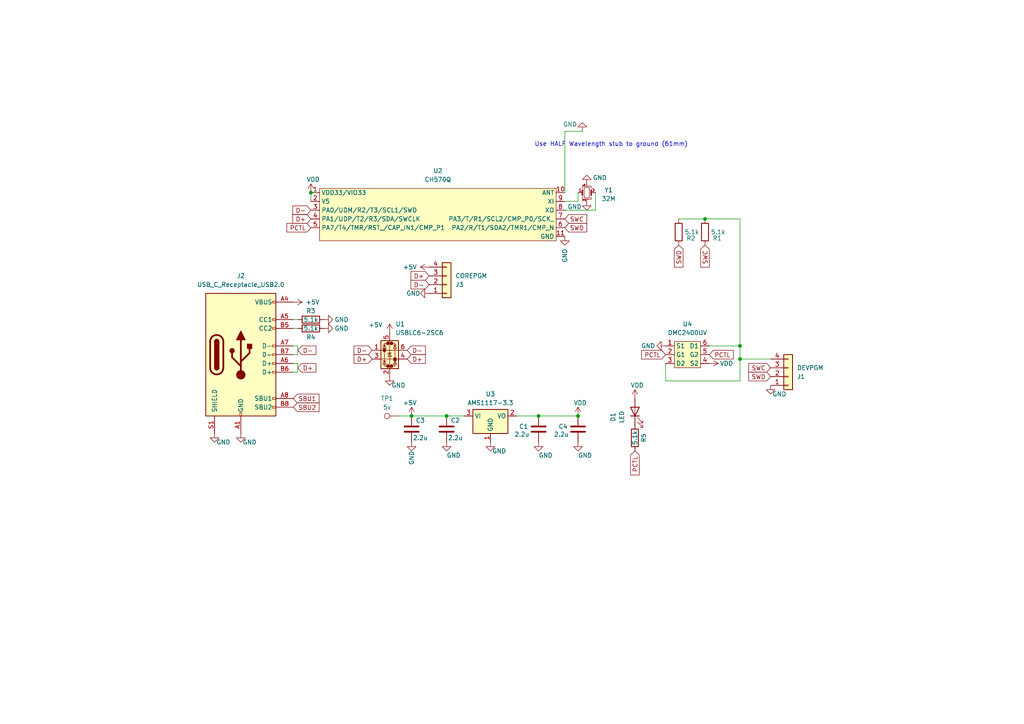
<source format=kicad_sch>
(kicad_sch (version 20250114) (generator "eeschema") (generator_version "9.0")
  (paper "A4")
  (lib_symbols
    (symbol "Connector:TestPoint" (pin_numbers (hide yes)) (pin_names (offset 0.762) (hide yes))
      (property "Reference" "TP" (at 0 6.858 0))
      (property "Value" "TestPoint" (at 0 5.08 0))
      (symbol "TestPoint_0_1"
        (circle (center 0 3.302) (radius 0.762))
      )
      (symbol "TestPoint_1_1"
        (pin passive line (at 0 0 90) (length 2.54) (name "1") (number "1"))
      )
    )
    (symbol "Connector:USB_C_Receptacle_USB2.0" (pin_names (offset 1.016))
      (property "Reference" "J" (at -10.16 19.05 0))
      (property "Value" "USB_C_Receptacle_USB2.0" (at 19.05 19.05 0))
      (symbol "USB_C_Receptacle_USB2.0_0_0"
        (rectangle (start -0.254 -17.78) (end 0.254 -16.764))
        (rectangle (start 10.16 15.494) (end 9.144 14.986))
        (rectangle (start 10.16 10.414) (end 9.144 9.906))
        (rectangle (start 10.16 7.874) (end 9.144 7.366))
        (rectangle (start 10.16 2.794) (end 9.144 2.286))
        (rectangle (start 10.16 0.254) (end 9.144 -0.254))
        (rectangle (start 10.16 -2.286) (end 9.144 -2.794))
        (rectangle (start 10.16 -4.826) (end 9.144 -5.334))
        (rectangle (start 10.16 -12.446) (end 9.144 -12.954))
        (rectangle (start 10.16 -14.986) (end 9.144 -15.494))
      )
      (symbol "USB_C_Receptacle_USB2.0_0_1"
        (rectangle (start -10.16 17.78) (end 10.16 -17.78) (stroke (width 0.254)) (fill (type background)))
        (polyline (pts (xy -8.89 -3.81) (xy -8.89 3.81)) (stroke (width 0.508)))
        (rectangle (start -7.62 -3.81) (end -6.35 3.81) (stroke (width 0.254)) (fill (type outline)))
        (arc (start -7.62 3.81) (mid -6.985 4.4423) (end -6.35 3.81) (stroke (width 0.254)))
        (arc (start -7.62 3.81) (mid -6.985 4.4423) (end -6.35 3.81) (stroke (width 0.254)) (fill (type outline)))
        (arc (start -8.89 3.81) (mid -6.985 5.7067) (end -5.08 3.81) (stroke (width 0.508)))
        (arc (start -5.08 -3.81) (mid -6.985 -5.7067) (end -8.89 -3.81) (stroke (width 0.508)))
        (arc (start -6.35 -3.81) (mid -6.985 -4.4423) (end -7.62 -3.81) (stroke (width 0.254)))
        (arc (start -6.35 -3.81) (mid -6.985 -4.4423) (end -7.62 -3.81) (stroke (width 0.254)) (fill (type outline)))
        (polyline (pts (xy -5.08 3.81) (xy -5.08 -3.81)) (stroke (width 0.508)))
        (circle (center -2.54 1.143) (radius 0.635) (stroke (width 0.254)) (fill (type outline)))
        (polyline (pts (xy -1.27 4.318) (xy 0 6.858) (xy 1.27 4.318) (xy -1.27 4.318)) (stroke (width 0.254)) (fill (type outline)))
        (polyline (pts (xy 0 -2.032) (xy 2.54 0.508) (xy 2.54 1.778)) (stroke (width 0.508)))
        (polyline (pts (xy 0 -3.302) (xy -2.54 -0.762) (xy -2.54 0.508)) (stroke (width 0.508)))
        (polyline (pts (xy 0 -5.842) (xy 0 4.318)) (stroke (width 0.508)))
        (circle (center 0 -5.842) (radius 1.27) (fill (type outline)))
        (rectangle (start 1.905 1.778) (end 3.175 3.048) (stroke (width 0.254)) (fill (type outline)))
      )
      (symbol "USB_C_Receptacle_USB2.0_1_1"
        (pin passive line (at -7.62 -22.86 90) (length 5.08) (name "SHIELD") (number "S1"))
        (pin passive line (at 0 -22.86 90) (length 5.08) (name "GND") (number "A1"))
        (pin passive line (at 0 -22.86 90) (length 5.08) (hide yes) (name "GND") (number "A12"))
        (pin passive line (at 0 -22.86 90) (length 5.08) (hide yes) (name "GND") (number "B1"))
        (pin passive line (at 0 -22.86 90) (length 5.08) (hide yes) (name "GND") (number "B12"))
        (pin passive line (at 15.24 15.24 180) (length 5.08) (name "VBUS") (number "A4"))
        (pin passive line (at 15.24 15.24 180) (length 5.08) (hide yes) (name "VBUS") (number "A9"))
        (pin passive line (at 15.24 15.24 180) (length 5.08) (hide yes) (name "VBUS") (number "B4"))
        (pin passive line (at 15.24 15.24 180) (length 5.08) (hide yes) (name "VBUS") (number "B9"))
        (pin bidirectional line (at 15.24 10.16 180) (length 5.08) (name "CC1") (number "A5"))
        (pin bidirectional line (at 15.24 7.62 180) (length 5.08) (name "CC2") (number "B5"))
        (pin bidirectional line (at 15.24 2.54 180) (length 5.08) (name "D-") (number "A7"))
        (pin bidirectional line (at 15.24 0 180) (length 5.08) (name "D-") (number "B7"))
        (pin bidirectional line (at 15.24 -2.54 180) (length 5.08) (name "D+") (number "A6"))
        (pin bidirectional line (at 15.24 -5.08 180) (length 5.08) (name "D+") (number "B6"))
        (pin bidirectional line (at 15.24 -12.7 180) (length 5.08) (name "SBU1") (number "A8"))
        (pin bidirectional line (at 15.24 -15.24 180) (length 5.08) (name "SBU2") (number "B8"))
      )
    )
    (symbol "Connector_Generic:Conn_01x04" (pin_names (offset 1.016) (hide yes))
      (property "Reference" "J" (at 0 5.08 0))
      (property "Value" "Conn_01x04" (at 0 -7.62 0))
      (symbol "Conn_01x04_1_1"
        (rectangle (start -1.27 3.81) (end 1.27 -6.35) (stroke (width 0.254)) (fill (type background)))
        (rectangle (start -1.27 2.667) (end 0 2.413) (stroke (width 0.1524)))
        (rectangle (start -1.27 0.127) (end 0 -0.127) (stroke (width 0.1524)))
        (rectangle (start -1.27 -2.413) (end 0 -2.667) (stroke (width 0.1524)))
        (rectangle (start -1.27 -4.953) (end 0 -5.207) (stroke (width 0.1524)))
        (pin passive line (at -5.08 2.54 0) (length 3.81) (name "Pin_1") (number "1"))
        (pin passive line (at -5.08 0 0) (length 3.81) (name "Pin_2") (number "2"))
        (pin passive line (at -5.08 -2.54 0) (length 3.81) (name "Pin_3") (number "3"))
        (pin passive line (at -5.08 -5.08 0) (length 3.81) (name "Pin_4") (number "4"))
      )
    )
    (symbol "Device:C" (pin_numbers (hide yes)) (pin_names (offset 0.254))
      (property "Reference" "C" (at 0.635 2.54 0))
      (property "Value" "C" (at 0.635 -2.54 0))
      (symbol "C_0_1"
        (polyline (pts (xy -2.032 0.762) (xy 2.032 0.762)) (stroke (width 0.508)))
        (polyline (pts (xy -2.032 -0.762) (xy 2.032 -0.762)) (stroke (width 0.508)))
      )
      (symbol "C_1_1"
        (pin passive line (at 0 3.81 270) (length 2.794) (name "~") (number "1"))
        (pin passive line (at 0 -3.81 90) (length 2.794) (name "~") (number "2"))
      )
    )
    (symbol "Device:Crystal_GND24_Small" (pin_names (offset 1.016) (hide yes))
      (property "Reference" "Y" (at 1.27 4.445 0))
      (property "Value" "Crystal_GND24_Small" (at 1.27 2.54 0))
      (symbol "Crystal_GND24_Small_0_1"
        (polyline (pts (xy -1.27 1.27) (xy -1.27 1.905) (xy 1.27 1.905) (xy 1.27 1.27)))
        (polyline (pts (xy -1.27 -0.762) (xy -1.27 0.762)) (stroke (width 0.381)))
        (polyline (pts (xy -1.27 -1.27) (xy -1.27 -1.905) (xy 1.27 -1.905) (xy 1.27 -1.27)))
        (rectangle (start -0.762 -1.524) (end 0.762 1.524))
        (polyline (pts (xy 1.27 -0.762) (xy 1.27 0.762)) (stroke (width 0.381)))
      )
      (symbol "Crystal_GND24_Small_1_1"
        (pin passive line (at -2.54 0 0) (length 1.27) (name "1") (number "1"))
        (pin passive line (at 0 2.54 270) (length 0.635) (name "4") (number "4"))
        (pin passive line (at 0 -2.54 90) (length 0.635) (name "2") (number "2"))
        (pin passive line (at 2.54 0 180) (length 1.27) (name "3") (number "3"))
      )
    )
    (symbol "Device:LED" (pin_numbers (hide yes)) (pin_names (offset 1.016) (hide yes))
      (property "Reference" "D" (at 0 2.54 0))
      (property "Value" "LED" (at 0 -2.54 0))
      (symbol "LED_0_1"
        (polyline (pts (xy -3.048 -0.762) (xy -4.572 -2.286) (xy -3.81 -2.286) (xy -4.572 -2.286) (xy -4.572 -1.524)))
        (polyline (pts (xy -1.778 -0.762) (xy -3.302 -2.286) (xy -2.54 -2.286) (xy -3.302 -2.286) (xy -3.302 -1.524)))
        (polyline (pts (xy -1.27 0) (xy 1.27 0)))
        (polyline (pts (xy -1.27 -1.27) (xy -1.27 1.27)) (stroke (width 0.254)))
        (polyline (pts (xy 1.27 -1.27) (xy 1.27 1.27) (xy -1.27 0) (xy 1.27 -1.27)) (stroke (width 0.254)))
      )
      (symbol "LED_1_1"
        (pin passive line (at -3.81 0 0) (length 2.54) (name "K") (number "1"))
        (pin passive line (at 3.81 0 180) (length 2.54) (name "A") (number "2"))
      )
    )
    (symbol "Device:R" (pin_numbers (hide yes)) (pin_names (offset 0))
      (property "Reference" "R" (at 2.032 0 90))
      (property "Value" "R" (at 0 0 90))
      (symbol "R_0_1"
        (rectangle (start -1.016 -2.54) (end 1.016 2.54) (stroke (width 0.254)))
      )
      (symbol "R_1_1"
        (pin passive line (at 0 3.81 270) (length 1.27) (name "~") (number "1"))
        (pin passive line (at 0 -3.81 90) (length 1.27) (name "~") (number "2"))
      )
    )
    (symbol "Power_Protection:USBLC6-2SC6" (pin_names (hide yes))
      (property "Reference" "U" (at 0.635 5.715 0))
      (property "Value" "USBLC6-2SC6" (at 0.635 3.81 0))
      (symbol "USBLC6-2SC6_0_0"
        (circle (center -1.524 0) (radius 0.0001) (stroke (width 0.508)))
        (circle (center -0.508 2.032) (radius 0.0001) (stroke (width 0.508)))
        (circle (center -0.508 -4.572) (radius 0.0001) (stroke (width 0.508)))
        (circle (center 0.508 2.032) (radius 0.0001) (stroke (width 0.508)))
        (circle (center 0.508 -4.572) (radius 0.0001) (stroke (width 0.508)))
        (circle (center 1.524 -2.54) (radius 0.0001) (stroke (width 0.508)))
      )
      (symbol "USBLC6-2SC6_0_1"
        (polyline (pts (xy -2.54 0) (xy 2.54 0)))
        (polyline (pts (xy -2.54 -2.54) (xy 2.54 -2.54)))
        (polyline (pts (xy -2.032 0.508) (xy -1.016 0.508) (xy -1.524 1.524) (xy -2.032 0.508)))
        (polyline (pts (xy -2.032 -3.048) (xy -1.016 -3.048)))
        (polyline (pts (xy -1.016 1.524) (xy -2.032 1.524)))
        (polyline (pts (xy -1.016 -4.064) (xy -2.032 -4.064) (xy -1.524 -3.048) (xy -1.016 -4.064)))
        (polyline (pts (xy -0.508 -1.143) (xy -0.508 -0.762) (xy 0.508 -0.762)))
        (polyline (pts (xy 0 2.54) (xy -0.508 2.032) (xy 0.508 2.032) (xy 0 1.524) (xy 0 -4.064) (xy -0.508 -4.572) (xy 0.508 -4.572) (xy 0 -5.08)))
        (polyline (pts (xy 0.508 -1.778) (xy -0.508 -1.778) (xy 0 -0.762) (xy 0.508 -1.778)))
        (polyline (pts (xy 1.016 1.524) (xy 2.032 1.524)))
        (polyline (pts (xy 1.016 -3.048) (xy 2.032 -3.048)))
        (polyline (pts (xy 2.032 0.508) (xy 1.016 0.508) (xy 1.524 1.524) (xy 2.032 0.508)))
        (polyline (pts (xy 2.032 -4.064) (xy 1.016 -4.064) (xy 1.524 -3.048) (xy 2.032 -4.064)))
      )
      (symbol "USBLC6-2SC6_1_1"
        (rectangle (start -2.54 2.794) (end 2.54 -5.334) (stroke (width 0.254)) (fill (type background)))
        (polyline (pts (xy -0.508 2.032) (xy -1.524 2.032) (xy -1.524 -4.572) (xy -0.508 -4.572)))
        (polyline (pts (xy 0.508 -4.572) (xy 1.524 -4.572) (xy 1.524 2.032) (xy 0.508 2.032)))
        (pin passive line (at -5.08 0 0) (length 2.54) (name "I/O1") (number "1"))
        (pin passive line (at -5.08 -2.54 0) (length 2.54) (name "I/O2") (number "3"))
        (pin passive line (at 0 5.08 270) (length 2.54) (name "VBUS") (number "5"))
        (pin passive line (at 0 -7.62 90) (length 2.54) (name "GND") (number "2"))
        (pin passive line (at 5.08 0 180) (length 2.54) (name "I/O1") (number "6"))
        (pin passive line (at 5.08 -2.54 180) (length 2.54) (name "I/O2") (number "4"))
      )
    )
    (symbol "Regulator_Linear:AMS1117-3.3"
      (property "Reference" "U" (at -3.81 3.175 0))
      (property "Value" "AMS1117-3.3" (at 0 3.175 0))
      (symbol "AMS1117-3.3_0_1"
        (rectangle (start -5.08 -5.08) (end 5.08 1.905) (stroke (width 0.254)) (fill (type background)))
      )
      (symbol "AMS1117-3.3_1_1"
        (pin power_in line (at -7.62 0 0) (length 2.54) (name "VI") (number "3"))
        (pin power_in line (at 0 -7.62 90) (length 2.54) (name "GND") (number "1"))
        (pin power_out line (at 7.62 0 180) (length 2.54) (name "VO") (number "2"))
      )
    )
    (symbol "cnhardware:CH570Q"
      (property "Reference" "U" (at 0 -10.414 0))
      (property "Value" "CH570Q" (at 0 7.62 0))
      (symbol "CH570Q_1_1"
        (rectangle (start -34.29 6.35) (end 34.29 -8.89) (fill (type background)))
        (pin bidirectional line (at -36.83 5.08 0) (length 2.54) (name "VDD33/VIO33") (number "1"))
        (pin bidirectional line (at -36.83 2.54 0) (length 2.54) (name "V5") (number "2"))
        (pin bidirectional line (at -36.83 0 0) (length 2.54) (name "PA0/UDM/R2/T3/SCL1/SWD") (number "3"))
        (pin bidirectional line (at -36.83 -2.54 0) (length 2.54) (name "PA1/UDP/T2/R3/SDA/SWCLK") (number "4"))
        (pin bidirectional line (at -36.83 -5.08 0) (length 2.54) (name "PA7/T4/TMR/RST_/CAP_IN1/CMP_P1") (number "5"))
        (pin bidirectional line (at 36.83 5.08 180) (length 2.54) (name "ANT") (number "10"))
        (pin bidirectional line (at 36.83 2.54 180) (length 2.54) (name "XI") (number "9"))
        (pin bidirectional line (at 36.83 0 180) (length 2.54) (name "XO") (number "8"))
        (pin bidirectional line (at 36.83 -2.54 180) (length 2.54) (name "PA3/T/R1/SCL2/CMP_P0/SCK_") (number "7"))
        (pin bidirectional line (at 36.83 -5.08 180) (length 2.54) (name "PA2/R/T1/SDA2/TMR1/CMP_N") (number "6"))
        (pin bidirectional line (at 36.83 -7.62 180) (length 2.54) (name "GND") (number "11"))
      )
    )
    (symbol "cnhardware:DMC2400UV_COMPLEMENTARY_PAIR_FET"
      (property "Reference" "U" (at 0 -5.08 0))
      (property "Value" "DMC2400UV" (at -0.254 5.334 0))
      (symbol "DMC2400UV_COMPLEMENTARY_PAIR_FET_1_1"
        (rectangle (start -3.81 3.81) (end 3.81 -3.81) (fill (type background)))
        (pin bidirectional line (at -6.35 2.54 0) (length 2.54) (name "S1") (number "1"))
        (pin bidirectional line (at -6.35 0 0) (length 2.54) (name "G1") (number "2"))
        (pin bidirectional line (at -6.35 -2.54 0) (length 2.54) (name "D2") (number "3"))
        (pin bidirectional line (at 6.35 2.54 180) (length 2.54) (name "D1") (number "6"))
        (pin bidirectional line (at 6.35 0 180) (length 2.54) (name "G2") (number "5"))
        (pin bidirectional line (at 6.35 -2.54 180) (length 2.54) (name "S2") (number "4"))
      )
    )
    (symbol "power:+5V" (power) (pin_names (offset 0))
      (property "Value" "+5V" (at 0 3.556 0))
      (symbol "+5V_0_1"
        (polyline (pts (xy -0.762 1.27) (xy 0 2.54)))
        (polyline (pts (xy 0 2.54) (xy 0.762 1.27)))
        (polyline (pts (xy 0 0) (xy 0 2.54)))
      )
      (symbol "+5V_1_1"
        (pin power_in line (at 0 0 90) (length 0) (hide yes) (name "+5V") (number "1"))
      )
    )
    (symbol "power:GND" (power) (pin_names (offset 0))
      (property "Value" "GND" (at 0 -3.81 0))
      (symbol "GND_0_1"
        (polyline (pts (xy 0 0) (xy 0 -1.27) (xy 1.27 -1.27) (xy 0 -2.54) (xy -1.27 -1.27) (xy 0 -1.27)))
      )
      (symbol "GND_1_1"
        (pin power_in line (at 0 0 270) (length 0) (hide yes) (name "GND") (number "1"))
      )
    )
    (symbol "power:VDD" (power) (pin_names (offset 0))
      (property "Value" "VDD" (at 0 3.81 0))
      (symbol "VDD_0_1"
        (polyline (pts (xy -0.762 1.27) (xy 0 2.54)))
        (polyline (pts (xy 0 2.54) (xy 0.762 1.27)))
        (polyline (pts (xy 0 0) (xy 0 2.54)))
      )
      (symbol "VDD_1_1"
        (pin power_in line (at 0 0 90) (length 0) (hide yes) (name "VDD") (number "1"))
      )
    )
  )
  (text "Use HALF Wavelength stub to ground (61mm)" (at 177.292 41.91 0) (effects (font (size 1.27 1.27))))
  (junction (at 156.21 120.65))
  (junction (at 214.63 104.14))
  (junction (at 167.64 120.65))
  (junction (at 214.63 100.33))
  (junction (at 129.54 120.65))
  (junction (at 90.17 55.88))
  (junction (at 204.47 63.5))
  (junction (at 119.38 120.65))
  (wire (pts (xy 156.21 120.65) (xy 149.86 120.65)))
  (wire (pts (xy 129.54 120.65) (xy 134.62 120.65)))
  (wire (pts (xy 85.09 102.87) (xy 86.36 102.87)))
  (wire (pts (xy 86.36 105.41) (xy 85.09 105.41)))
  (wire (pts (xy 193.04 110.49) (xy 214.63 110.49)))
  (wire (pts (xy 214.63 104.14) (xy 223.52 104.14)))
  (wire (pts (xy 214.63 63.5) (xy 214.63 100.33)))
  (wire (pts (xy 86.36 100.33) (xy 86.36 102.87)))
  (wire (pts (xy 167.64 58.42) (xy 163.83 58.42)))
  (wire (pts (xy 163.83 60.96) (xy 172.72 60.96)))
  (wire (pts (xy 163.83 38.1) (xy 168.91 38.1)))
  (wire (pts (xy 193.04 105.41) (xy 193.04 110.49)))
  (wire (pts (xy 86.36 105.41) (xy 86.36 107.95)))
  (wire (pts (xy 85.09 92.71) (xy 86.36 92.71)))
  (wire (pts (xy 90.17 55.88) (xy 90.17 58.42)))
  (wire (pts (xy 163.83 38.1) (xy 163.83 55.88)))
  (wire (pts (xy 119.38 120.65) (xy 129.54 120.65)))
  (wire (pts (xy 214.63 63.5) (xy 204.47 63.5)))
  (wire (pts (xy 204.47 63.5) (xy 196.85 63.5)))
  (wire (pts (xy 115.57 120.65) (xy 119.38 120.65)))
  (wire (pts (xy 167.64 55.88) (xy 167.64 58.42)))
  (wire (pts (xy 86.36 107.95) (xy 85.09 107.95)))
  (wire (pts (xy 86.36 100.33) (xy 85.09 100.33)))
  (wire (pts (xy 85.09 95.25) (xy 86.36 95.25)))
  (wire (pts (xy 214.63 104.14) (xy 214.63 100.33)))
  (wire (pts (xy 172.72 60.96) (xy 172.72 55.88)))
  (wire (pts (xy 167.64 120.65) (xy 156.21 120.65)))
  (wire (pts (xy 214.63 100.33) (xy 205.74 100.33)))
  (wire (pts (xy 214.63 110.49) (xy 214.63 104.14)))
  (global_label "PCTL" (shape input) (at 193.04 102.87 180) (property "Intersheetrefs" "${INTERSHEET_REFS}" (effects (hide yes))))
  (global_label "SWC" (shape input) (at 223.52 106.68 180) (property "Intersheetrefs" "${INTERSHEET_REFS}" (effects (hide yes))))
  (global_label "PCTL" (shape input) (at 90.17 66.04 180) (property "Intersheetrefs" "${INTERSHEET_REFS}" (effects (hide yes))))
  (global_label "SWD" (shape input) (at 163.83 66.04 0) (property "Intersheetrefs" "${INTERSHEET_REFS}" (effects (hide yes))))
  (global_label "D-" (shape input) (at 124.46 82.55 180) (property "Intersheetrefs" "${INTERSHEET_REFS}" (effects (hide yes))))
  (global_label "SWC" (shape input) (at 163.83 63.5 0) (property "Intersheetrefs" "${INTERSHEET_REFS}" (effects (hide yes))))
  (global_label "D-" (shape input) (at 90.17 60.96 180) (property "Intersheetrefs" "${INTERSHEET_REFS}" (effects (hide yes))))
  (global_label "D+" (shape input) (at 86.36 106.68 0) (property "Intersheetrefs" "${INTERSHEET_REFS}" (effects (hide yes))))
  (global_label "D+" (shape input) (at 118.11 104.14 0) (property "Intersheetrefs" "${INTERSHEET_REFS}" (effects (hide yes))))
  (global_label "D+" (shape input) (at 124.46 80.01 180) (property "Intersheetrefs" "${INTERSHEET_REFS}" (effects (hide yes))))
  (global_label "D+" (shape input) (at 90.17 63.5 180) (property "Intersheetrefs" "${INTERSHEET_REFS}" (effects (hide yes))))
  (global_label "SWC" (shape input) (at 204.47 71.12 270) (property "Intersheetrefs" "${INTERSHEET_REFS}" (effects (hide yes))))
  (global_label "SWD" (shape input) (at 196.85 71.12 270) (property "Intersheetrefs" "${INTERSHEET_REFS}" (effects (hide yes))))
  (global_label "D-" (shape input) (at 86.36 101.6 0) (property "Intersheetrefs" "${INTERSHEET_REFS}" (effects (hide yes))))
  (global_label "D-" (shape input) (at 107.95 101.6 180) (property "Intersheetrefs" "${INTERSHEET_REFS}" (effects (hide yes))))
  (global_label "D+" (shape input) (at 107.95 104.14 180) (property "Intersheetrefs" "${INTERSHEET_REFS}" (effects (hide yes))))
  (global_label "PCTL" (shape input) (at 205.74 102.87 0) (property "Intersheetrefs" "${INTERSHEET_REFS}" (effects (hide yes))))
  (global_label "D-" (shape input) (at 118.11 101.6 0) (property "Intersheetrefs" "${INTERSHEET_REFS}" (effects (hide yes))))
  (global_label "PCTL" (shape input) (at 184.15 130.81 270) (property "Intersheetrefs" "${INTERSHEET_REFS}" (effects (hide yes))))
  (global_label "SWD" (shape input) (at 223.52 109.22 180) (property "Intersheetrefs" "${INTERSHEET_REFS}" (effects (hide yes))))
  (global_label "SBU2" (shape input) (at 85.09 118.11 0) (property "Intersheetrefs" "${INTERSHEET_REFS}" (effects (hide yes))))
  (global_label "SBU1" (shape input) (at 85.09 115.57 0) (property "Intersheetrefs" "${INTERSHEET_REFS}" (effects (hide yes))))
  (symbol (lib_id "power:VDD") (at 90.17 55.88 0) (unit 1)
    (property "Reference" "#PWR04" (effects (hide yes)))
    (property "Value" "VDD" (at 88.9 52.07 0) (effects (justify left)))
  )
  (symbol (lib_id "power:VDD") (at 205.74 105.41 270) (unit 1)
    (property "Reference" "#PWR025" (effects (hide yes)))
    (property "Value" "VDD" (at 208.788 105.41 90) (effects (justify left)))
  )
  (symbol (lib_id "power:GND") (at 129.54 128.27 0) (unit 1)
    (property "Reference" "#PWR03" (effects (hide yes)))
    (property "Value" "GND" (at 129.54 132.08 0) (effects (justify left)))
  )
  (symbol (lib_id "power:+5V") (at 113.03 96.52 0) (unit 1)
    (property "Reference" "#PWR010" (effects (hide yes)))
    (property "Value" "+5V" (at 110.998 94.234 0) (effects (justify right)))
  )
  (symbol (lib_id "power:GND") (at 69.85 125.73 0) (unit 1)
    (property "Reference" "#PWR015" (effects (hide yes)))
    (property "Value" "GND" (at 72.39 128.27 0))
  )
  (symbol (lib_id "Device:C") (at 167.64 124.46 180) (unit 1)
    (property "Reference" "C4" (at 163.322 123.698 0))
    (property "Value" "2.2u" (at 162.814 125.984 0))
    (property "Footprint" "Resistor_SMD:R_0402_1005Metric" (effects (hide yes)))
    (property "LCSC" "C12530" (effects (hide yes)))
  )
  (symbol (lib_id "Device:R") (at 204.47 67.31 0) (unit 1)
    (property "Reference" "R1" (at 208.026 69.088 0))
    (property "Value" "5.1k" (at 208.28 67.31 0))
    (property "Footprint" "Resistor_SMD:R_0402_1005Metric" (effects (hide yes)))
    (property "Description" "Resistor" (effects (hide yes)))
    (property "LCSC" "C25905" (effects (hide yes)))
  )
  (symbol (lib_id "Device:R") (at 196.85 67.31 0) (unit 1)
    (property "Reference" "R2" (at 200.406 69.088 0))
    (property "Value" "5.1k" (at 200.66 67.31 0))
    (property "Footprint" "Resistor_SMD:R_0402_1005Metric" (effects (hide yes)))
    (property "Description" "Resistor" (effects (hide yes)))
    (property "LCSC" "C25905" (effects (hide yes)))
  )
  (symbol (lib_id "power:GND") (at 93.98 95.25 90) (unit 1)
    (property "Reference" "#PWR021" (effects (hide yes)))
    (property "Value" "GND" (at 99.06 95.25 90))
  )
  (symbol (lib_id "Device:C") (at 129.54 124.46 180) (unit 1)
    (property "Reference" "C2" (at 132.08 121.92 0))
    (property "Value" "2.2u" (at 132.08 127 0))
    (property "Footprint" "Resistor_SMD:R_0402_1005Metric" (effects (hide yes)))
    (property "LCSC" "C12530" (effects (hide yes)))
  )
  (symbol (lib_id "Connector_Generic:Conn_01x04") (at 129.54 82.55 0) (mirror x) (unit 1)
    (property "Reference" "J3" (at 132.08 82.5501 0) (effects (justify left)))
    (property "Value" "COREPGM" (at 132.08 80.0101 0) (effects (justify left)))
    (property "Footprint" "Connector_PinHeader_2.54mm:PinHeader_1x04_P2.54mm_Vertical" (effects (hide yes)))
    (property "Description" "Generic connector, single row, 01x04, script generated (kicad-library-utils/schlib/autogen/connector/)" (effects (hide yes)))
  )
  (symbol (lib_id "Device:Crystal_GND24_Small") (at 170.18 55.88 0) (unit 1)
    (property "Reference" "Y1" (at 176.53 55.118 0))
    (property "Value" "32M" (at 176.53 57.658 0))
    (property "Footprint" "Crystal:Crystal_SMD_2016-4Pin_2.0x1.6mm" (effects (hide yes)))
    (property "Description" "Four pin crystal, GND on pins 2 and 4, small symbol" (effects (hide yes)))
    (property "LCSC" "C718072" (effects (hide yes)))
  )
  (symbol (lib_id "Device:R") (at 90.17 95.25 90) (unit 1)
    (property "Reference" "R4" (at 90.17 97.79 90))
    (property "Value" "5.1k" (at 90.17 95.25 90))
    (property "Footprint" "Resistor_SMD:R_0402_1005Metric" (effects (hide yes)))
    (property "LCSC" "C25905" (effects (hide yes)))
  )
  (symbol (lib_id "power:GND") (at 193.04 100.33 270) (unit 1)
    (property "Reference" "#PWR024" (effects (hide yes)))
    (property "Value" "GND" (at 185.928 100.33 90) (effects (justify left)))
  )
  (symbol (lib_id "power:GND") (at 168.91 38.1 180) (unit 1)
    (property "Reference" "#PWR012" (effects (hide yes)))
    (property "Value" "GND" (at 167.386 36.068 0) (effects (justify left)))
  )
  (symbol (lib_id "power:+5V") (at 85.09 87.63 270) (unit 1)
    (property "Reference" "#PWR019" (effects (hide yes)))
    (property "Value" "+5V" (at 92.71 87.63 90) (effects (justify right)))
  )
  (symbol (lib_id "power:+5V") (at 124.46 77.47 90) (unit 1)
    (property "Reference" "#PWR018" (effects (hide yes)))
    (property "Value" "+5V" (at 116.84 77.47 90) (effects (justify right)))
  )
  (symbol (lib_id "power:GND") (at 142.24 128.27 0) (unit 1)
    (property "Reference" "#PWR01" (effects (hide yes)))
    (property "Value" "GND" (at 144.78 130.81 0))
  )
  (symbol (lib_id "Device:C") (at 119.38 124.46 180) (unit 1)
    (property "Reference" "C3" (at 121.92 121.92 0))
    (property "Value" "2.2u" (at 121.92 127 0))
    (property "Footprint" "Resistor_SMD:R_0402_1005Metric" (effects (hide yes)))
    (property "LCSC" "C12530" (effects (hide yes)))
  )
  (symbol (lib_id "Power_Protection:USBLC6-2SC6") (at 113.03 101.6 0) (unit 1)
    (property "Reference" "U1" (at 114.6811 93.98 0) (effects (justify left)))
    (property "Value" "USBLC6-2SC6" (at 114.6811 96.52 0) (effects (justify left)))
    (property "Footprint" "Package_TO_SOT_SMD:SOT-23-6" (effects (hide yes)))
    (property "Datasheet" "https://www.st.com/resource/en/datasheet/usblc6-2.pdf" (effects (hide yes)))
    (property "Description" "Very low capacitance ESD protection diode, 2 data-line, SOT-23-6" (effects (hide yes)))
    (property "LCSC" "C2687116" (effects (hide yes)))
  )
  (symbol (lib_id "Device:R") (at 90.17 92.71 90) (unit 1)
    (property "Reference" "R3" (at 90.17 90.17 90))
    (property "Value" "5.1k" (at 90.17 92.71 90))
    (property "Footprint" "Resistor_SMD:R_0402_1005Metric" (effects (hide yes)))
    (property "LCSC" "C25905" (effects (hide yes)))
  )
  (symbol (lib_id "power:GND") (at 124.46 85.09 270) (unit 1)
    (property "Reference" "#PWR017" (effects (hide yes)))
    (property "Value" "GND" (at 119.888 85.09 90))
  )
  (symbol (lib_id "power:GND") (at 156.21 128.27 0) (unit 1)
    (property "Reference" "#PWR05" (effects (hide yes)))
    (property "Value" "GND" (at 156.21 132.08 0) (effects (justify left)))
  )
  (symbol (lib_id "power:GND") (at 62.23 125.73 0) (unit 1)
    (property "Reference" "#PWR014" (effects (hide yes)))
    (property "Value" "GND" (at 64.77 128.27 0))
  )
  (symbol (lib_id "power:+5V") (at 119.38 120.65 0) (unit 1)
    (property "Reference" "#PWR022" (effects (hide yes)))
    (property "Value" "+5V" (at 120.904 116.84 0) (effects (justify right)))
  )
  (symbol (lib_id "power:GND") (at 170.18 58.42 0) (unit 1)
    (property "Reference" "#PWR08" (effects (hide yes)))
    (property "Value" "GND" (at 164.592 59.944 0) (effects (justify left)))
  )
  (symbol (lib_id "power:GND") (at 167.64 128.27 0) (unit 1)
    (property "Reference" "#PWR013" (effects (hide yes)))
    (property "Value" "GND" (at 167.64 132.08 0) (effects (justify left)))
  )
  (symbol (lib_id "power:GND") (at 119.38 128.27 0) (unit 1)
    (property "Reference" "#PWR023" (effects (hide yes)))
    (property "Value" "GND" (at 119.38 132.842 90))
  )
  (symbol (lib_id "Device:C") (at 156.21 124.46 180) (unit 1)
    (property "Reference" "C1" (at 151.892 123.698 0))
    (property "Value" "2.2u" (at 151.384 125.984 0))
    (property "Footprint" "Resistor_SMD:R_0402_1005Metric" (effects (hide yes)))
    (property "LCSC" "C12530" (effects (hide yes)))
  )
  (symbol (lib_id "cnhardware:DMC2400UV_COMPLEMENTARY_PAIR_FET") (at 199.39 102.87 0) (unit 1)
    (property "Reference" "U4" (at 199.39 93.98 0))
    (property "Value" "DMC2400UV" (at 199.39 96.52 0))
    (property "Footprint" "Package_TO_SOT_SMD:SOT-563" (effects (hide yes)))
    (property "LCSC" "C177025" (effects (hide yes)))
  )
  (symbol (lib_id "Device:R") (at 184.15 127 180) (unit 1)
    (property "Reference" "R5" (at 186.69 127 90))
    (property "Value" "5.1k" (at 184.15 127 90))
    (property "Footprint" "Resistor_SMD:R_0402_1005Metric" (effects (hide yes)))
    (property "LCSC" "C25905" (effects (hide yes)))
  )
  (symbol (lib_id "power:GND") (at 113.03 109.22 0) (unit 1)
    (property "Reference" "#PWR07" (effects (hide yes)))
    (property "Value" "GND" (at 115.57 111.76 0))
  )
  (symbol (lib_id "Device:LED") (at 184.15 119.38 90) (unit 1)
    (property "Reference" "D1" (at 177.8 120.9675 0))
    (property "Value" "LED" (at 180.34 120.9675 0))
    (property "Footprint" "LED_SMD:LED_0603_1608Metric" (effects (hide yes)))
    (property "Description" "Light emitting diode" (effects (hide yes)))
    (property "Sim.Pins" "1=K 2=A" (effects (hide yes)))
    (property "LCSC" "C2286" (effects (hide yes)))
  )
  (symbol (lib_id "power:VDD") (at 167.64 120.65 0) (unit 1)
    (property "Reference" "#PWR09" (effects (hide yes)))
    (property "Value" "VDD" (at 166.37 116.84 0) (effects (justify left)))
  )
  (symbol (lib_id "power:VDD") (at 184.15 115.57 0) (unit 1)
    (property "Reference" "#PWR06" (effects (hide yes)))
    (property "Value" "VDD" (at 182.88 111.76 0) (effects (justify left)))
  )
  (symbol (lib_id "power:GND") (at 170.18 53.34 180) (unit 1)
    (property "Reference" "#PWR011" (effects (hide yes)))
    (property "Value" "GND" (at 176.022 51.562 0) (effects (justify left)))
  )
  (symbol (lib_id "Connector:USB_C_Receptacle_USB2.0") (at 69.85 102.87 0) (unit 1)
    (property "Reference" "J2" (at 69.85 80.01 0))
    (property "Value" "USB_C_Receptacle_USB2.0" (at 69.85 82.55 0))
    (property "Footprint" "Connector_USB:USB_C_Receptacle_HRO_TYPE-C-31-M-12" (effects (hide yes)))
    (property "Datasheet" "https://www.usb.org/sites/default/files/documents/usb_type-c.zip" (effects (hide yes)))
    (property "LCSC" "C2765186" (effects (hide yes)))
  )
  (symbol (lib_id "Connector:TestPoint") (at 115.57 120.65 90) (unit 1)
    (property "Reference" "TP1" (at 112.268 115.57 90))
    (property "Value" "5v" (at 112.268 118.11 90))
    (property "Footprint" "TestPoint:TestPoint_Pad_D1.5mm" (effects (hide yes)))
    (property "Description" "test point" (effects (hide yes)))
  )
  (symbol (lib_id "Regulator_Linear:AMS1117-3.3") (at 142.24 120.65 0) (unit 1)
    (property "Reference" "U3" (at 142.24 114.3 0))
    (property "Value" "AMS1117-3.3" (at 142.24 116.84 0))
    (property "Footprint" "Package_TO_SOT_SMD:SOT-223-3_TabPin2" (effects (hide yes)))
    (property "Datasheet" "http://www.advanced-monolithic.com/pdf/ds1117.pdf" (effects (hide yes)))
    (property "Description" "1A Low Dropout regulator, positive, 3.3V fixed output, SOT-223" (effects (hide yes)))
    (property "LCSC" "C6186" (effects (hide yes)))
  )
  (symbol (lib_id "cnhardware:CH570Q") (at 127 60.96 0) (unit 1)
    (property "Reference" "U2" (at 127 49.53 0))
    (property "Value" "CH570Q" (at 127 52.07 0))
    (property "Footprint" "Package_DFN_QFN:DFN-10-1EP_3x3mm_P0.5mm_EP1.7x2.5mm" (effects (hide yes)))
    (property "LCSC" "C49260680" (effects (hide yes)))
  )
  (symbol (lib_id "power:GND") (at 163.83 68.58 0) (unit 1)
    (property "Reference" "#PWR02" (effects (hide yes)))
    (property "Value" "GND" (at 163.83 76.2 90) (effects (justify left)))
  )
  (symbol (lib_id "power:GND") (at 223.52 111.76 0) (unit 1)
    (property "Reference" "#PWR016" (effects (hide yes)))
    (property "Value" "GND" (at 226.06 114.3 0))
  )
  (symbol (lib_id "power:GND") (at 93.98 92.71 90) (unit 1)
    (property "Reference" "#PWR020" (effects (hide yes)))
    (property "Value" "GND" (at 99.06 92.71 90))
  )
  (symbol (lib_id "Connector_Generic:Conn_01x04") (at 228.6 109.22 0) (mirror x) (unit 1)
    (property "Reference" "J1" (at 231.14 109.2201 0) (effects (justify left)))
    (property "Value" "DEVPGM" (at 231.14 106.6801 0) (effects (justify left)))
    (property "Footprint" "Connector_PinHeader_2.54mm:PinHeader_1x04_P2.54mm_Vertical" (effects (hide yes)))
    (property "Description" "Generic connector, single row, 01x04, script generated (kicad-library-utils/schlib/autogen/connector/)" (effects (hide yes)))
    (property "LCSC" "C91552" (effects (hide yes)))
  )
)
</source>
